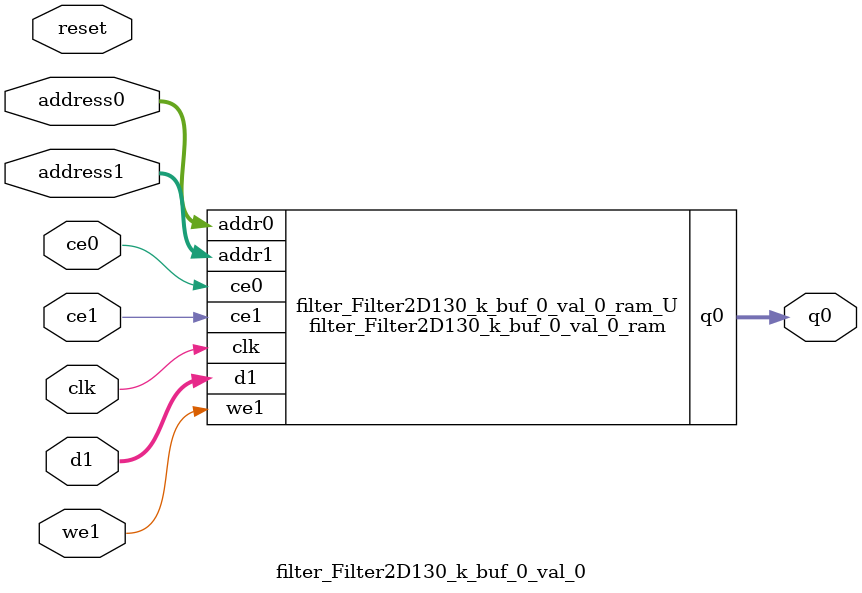
<source format=v>

`timescale 1 ns / 1 ps
module filter_Filter2D130_k_buf_0_val_0_ram (addr0, ce0, q0, addr1, ce1, d1, we1,  clk);

parameter DWIDTH = 8;
parameter AWIDTH = 11;
parameter MEM_SIZE = 1920;

input[AWIDTH-1:0] addr0;
input ce0;
output reg[DWIDTH-1:0] q0;
input[AWIDTH-1:0] addr1;
input ce1;
input[DWIDTH-1:0] d1;
input we1;
input clk;

(* ram_style = "block" *)reg [DWIDTH-1:0] ram[MEM_SIZE-1:0];




always @(posedge clk)  
begin 
    if (ce0) 
    begin
            q0 <= ram[addr0];
    end
end


always @(posedge clk)  
begin 
    if (ce1) 
    begin
        if (we1) 
        begin 
            ram[addr1] <= d1; 
        end 
    end
end


endmodule


`timescale 1 ns / 1 ps
module filter_Filter2D130_k_buf_0_val_0(
    reset,
    clk,
    address0,
    ce0,
    q0,
    address1,
    ce1,
    we1,
    d1);

parameter DataWidth = 32'd8;
parameter AddressRange = 32'd1920;
parameter AddressWidth = 32'd11;
input reset;
input clk;
input[AddressWidth - 1:0] address0;
input ce0;
output[DataWidth - 1:0] q0;
input[AddressWidth - 1:0] address1;
input ce1;
input we1;
input[DataWidth - 1:0] d1;



filter_Filter2D130_k_buf_0_val_0_ram filter_Filter2D130_k_buf_0_val_0_ram_U(
    .clk( clk ),
    .addr0( address0 ),
    .ce0( ce0 ),
    .q0( q0 ),
    .addr1( address1 ),
    .ce1( ce1 ),
    .d1( d1 ),
    .we1( we1 ));

endmodule


</source>
